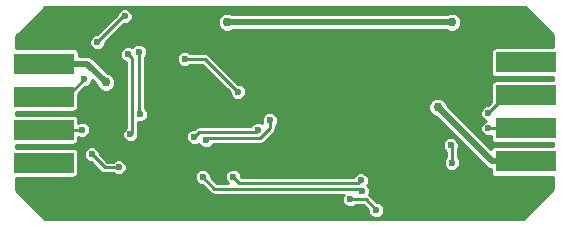
<source format=gbl>
G04 #@! TF.FileFunction,Copper,L2,Bot,Signal*
%FSLAX46Y46*%
G04 Gerber Fmt 4.6, Leading zero omitted, Abs format (unit mm)*
G04 Created by KiCad (PCBNEW (2015-07-11 BZR 5925, Git c291b88)-product) date 8/6/2015 4:30:13 PM*
%MOMM*%
G01*
G04 APERTURE LIST*
%ADD10C,0.100000*%
%ADD11R,5.080000X1.778000*%
%ADD12C,0.600000*%
%ADD13C,0.750000*%
%ADD14C,0.250000*%
%ADD15C,0.500000*%
%ADD16C,0.254000*%
G04 APERTURE END LIST*
D10*
D11*
X64640000Y-110091000D03*
X64640000Y-107297000D03*
X64640000Y-104503000D03*
X64640000Y-101709000D03*
X105460000Y-101609000D03*
X105460000Y-104403000D03*
X105460000Y-107197000D03*
X105460000Y-109991000D03*
D12*
X106100000Y-98400000D03*
X103100000Y-97800000D03*
X99800000Y-103900000D03*
X69000000Y-108000000D03*
X68200000Y-104600000D03*
X68200000Y-105600000D03*
X68500000Y-112300000D03*
X68500000Y-114000000D03*
X66600000Y-114000000D03*
X64800000Y-113900000D03*
X102200000Y-102600000D03*
X102200000Y-103500000D03*
X102200000Y-104400000D03*
X73800000Y-105500000D03*
X77800000Y-112900000D03*
X75600000Y-109400000D03*
X81800000Y-110800000D03*
X86300000Y-105500000D03*
X64700000Y-98000000D03*
X66700000Y-97900000D03*
X68600000Y-98900000D03*
X73300000Y-98500000D03*
X74500000Y-98500000D03*
X87200000Y-101400000D03*
X88700000Y-101400000D03*
X90100000Y-101400000D03*
X83300000Y-101700000D03*
X83300000Y-100500000D03*
X75400000Y-102400000D03*
X73500000Y-102400000D03*
X74400000Y-102400000D03*
X87843750Y-110443750D03*
X86556250Y-110443750D03*
X87843750Y-109156250D03*
X86556250Y-109156250D03*
X80500000Y-105600000D03*
X95200000Y-108200000D03*
X99700000Y-99400000D03*
X96600000Y-110900000D03*
D13*
X69900000Y-103300000D03*
X98000000Y-105400000D03*
X99200000Y-98200000D03*
X80200000Y-98200000D03*
D12*
X92800000Y-114100000D03*
X90600000Y-113200000D03*
X78100000Y-111300000D03*
X91600000Y-112500000D03*
X80700000Y-111300000D03*
X91500000Y-111600000D03*
X71800000Y-100900000D03*
X72000000Y-107700000D03*
X78400000Y-108200000D03*
X83800000Y-106500000D03*
X68100000Y-103000000D03*
X82800000Y-107300000D03*
X77400000Y-107900000D03*
X72800000Y-106000000D03*
X72700000Y-100700000D03*
X67900000Y-107300000D03*
X71000000Y-110500000D03*
X68700000Y-109400000D03*
X69200000Y-99900000D03*
X71500000Y-97700000D03*
X76600000Y-101300000D03*
X81100000Y-104100000D03*
X102300000Y-105900000D03*
X99200000Y-110100000D03*
X99100000Y-108600000D03*
X102300000Y-107200000D03*
D14*
X103700000Y-98400000D02*
X106100000Y-98400000D01*
X103100000Y-97800000D02*
X103700000Y-98400000D01*
X99800000Y-103900000D02*
X100000000Y-103700000D01*
X69100000Y-107900000D02*
X69400000Y-107900000D01*
X69000000Y-108000000D02*
X69100000Y-107900000D01*
X68200000Y-105600000D02*
X68200000Y-104600000D01*
X68500000Y-114000000D02*
X68500000Y-112300000D01*
X64900000Y-114000000D02*
X66600000Y-114000000D01*
X64800000Y-113900000D02*
X64900000Y-114000000D01*
X102200000Y-103500000D02*
X102200000Y-102600000D01*
X102200000Y-104400000D02*
X102100000Y-104300000D01*
X102100000Y-104300000D02*
X102100000Y-103900000D01*
X73900000Y-105600000D02*
X74500000Y-105600000D01*
X73800000Y-105500000D02*
X73900000Y-105600000D01*
X77800000Y-112900000D02*
X75600000Y-110700000D01*
X75600000Y-110700000D02*
X75600000Y-109400000D01*
X81800000Y-110800000D02*
X82400000Y-110800000D01*
X86300000Y-105500000D02*
X86800000Y-105500000D01*
X64900000Y-98200000D02*
X64900000Y-98400000D01*
X64700000Y-98000000D02*
X64900000Y-98200000D01*
X67600000Y-97900000D02*
X66700000Y-97900000D01*
X68600000Y-98900000D02*
X67600000Y-97900000D01*
X74500000Y-98500000D02*
X73300000Y-98500000D01*
X87200000Y-101400000D02*
X86700000Y-101400000D01*
X90100000Y-101400000D02*
X88700000Y-101400000D01*
X83300000Y-100500000D02*
X83300000Y-101700000D01*
X75500000Y-102300000D02*
X75700000Y-102300000D01*
X75400000Y-102400000D02*
X75500000Y-102300000D01*
X74400000Y-102400000D02*
X73500000Y-102400000D01*
X87843750Y-110443750D02*
X87800000Y-110400000D01*
X86800000Y-110400000D02*
X86600000Y-110400000D01*
X86600000Y-110400000D02*
X86556250Y-110443750D01*
X87843750Y-109156250D02*
X87800000Y-109200000D01*
X86900000Y-109000000D02*
X86712500Y-109000000D01*
X86712500Y-109000000D02*
X86556250Y-109156250D01*
X80500000Y-105600000D02*
X80500000Y-105800000D01*
X95200000Y-108200000D02*
X95700000Y-108200000D01*
X99700000Y-99400000D02*
X99600000Y-99300000D01*
X96600000Y-110900000D02*
X96600000Y-111200000D01*
D15*
X64640000Y-101709000D02*
X68309000Y-101709000D01*
X68309000Y-101709000D02*
X69900000Y-103300000D01*
X105460000Y-109991000D02*
X102591000Y-109991000D01*
X102591000Y-109991000D02*
X98000000Y-105400000D01*
X99200000Y-98200000D02*
X80200000Y-98200000D01*
D14*
X92800000Y-114100000D02*
X91900000Y-113200000D01*
X91900000Y-113200000D02*
X90600000Y-113200000D01*
X88900000Y-112300000D02*
X79100000Y-112300000D01*
X91400000Y-112300000D02*
X88900000Y-112300000D01*
X79100000Y-112300000D02*
X78100000Y-111300000D01*
X91600000Y-112500000D02*
X91400000Y-112300000D01*
X88900000Y-111800000D02*
X81200000Y-111800000D01*
X91300000Y-111800000D02*
X88900000Y-111800000D01*
X81200000Y-111800000D02*
X80700000Y-111300000D01*
X91500000Y-111600000D02*
X91300000Y-111800000D01*
X71800000Y-100900000D02*
X72100000Y-101200000D01*
X72100000Y-101200000D02*
X72100000Y-107600000D01*
X72100000Y-107600000D02*
X72000000Y-107700000D01*
X78600000Y-108000000D02*
X78400000Y-108200000D01*
X83000000Y-108000000D02*
X78600000Y-108000000D01*
X83800000Y-107200000D02*
X83000000Y-108000000D01*
X83800000Y-106500000D02*
X83800000Y-107200000D01*
X64640000Y-104503000D02*
X66597000Y-104503000D01*
X66597000Y-104503000D02*
X68100000Y-103000000D01*
X82600000Y-107500000D02*
X81600000Y-107500000D01*
X82800000Y-107300000D02*
X82600000Y-107500000D01*
X78500000Y-107500000D02*
X77800000Y-107500000D01*
X81600000Y-107500000D02*
X78500000Y-107500000D01*
X77800000Y-107500000D02*
X77400000Y-107900000D01*
X72800000Y-106000000D02*
X72700000Y-105900000D01*
X72700000Y-105900000D02*
X72700000Y-100700000D01*
X64640000Y-107297000D02*
X67897000Y-107297000D01*
X67897000Y-107297000D02*
X67900000Y-107300000D01*
X69800000Y-110500000D02*
X71000000Y-110500000D01*
X68700000Y-109400000D02*
X69800000Y-110500000D01*
X69200000Y-99900000D02*
X71400000Y-97700000D01*
X71400000Y-97700000D02*
X71500000Y-97700000D01*
X78300000Y-101300000D02*
X76600000Y-101300000D01*
X81100000Y-104100000D02*
X78300000Y-101300000D01*
X105460000Y-104403000D02*
X103797000Y-104403000D01*
X103797000Y-104403000D02*
X102300000Y-105900000D01*
X105460000Y-104403000D02*
X103197000Y-104403000D01*
X99200000Y-108700000D02*
X99200000Y-110100000D01*
X99100000Y-108600000D02*
X99200000Y-108700000D01*
X105460000Y-107197000D02*
X102303000Y-107197000D01*
X102303000Y-107197000D02*
X102300000Y-107200000D01*
D16*
G36*
X107773000Y-99276869D02*
X107773000Y-100335614D01*
X102920000Y-100335614D01*
X102776251Y-100363505D01*
X102649909Y-100446498D01*
X102565337Y-100571788D01*
X102535614Y-100720000D01*
X102535614Y-102498000D01*
X102563505Y-102641749D01*
X102646498Y-102768091D01*
X102771788Y-102852663D01*
X102920000Y-102882386D01*
X107773000Y-102882386D01*
X107773000Y-103129614D01*
X102920000Y-103129614D01*
X102776251Y-103157505D01*
X102649909Y-103240498D01*
X102565337Y-103365788D01*
X102535614Y-103514000D01*
X102535614Y-104954450D01*
X102267093Y-105222971D01*
X102165927Y-105222883D01*
X101917011Y-105325733D01*
X101726402Y-105516010D01*
X101623118Y-105764746D01*
X101622883Y-106034073D01*
X101725733Y-106282989D01*
X101916010Y-106473598D01*
X102100152Y-106550060D01*
X101917011Y-106625733D01*
X101726402Y-106816010D01*
X101623118Y-107064746D01*
X101622883Y-107334073D01*
X101725733Y-107582989D01*
X101916010Y-107773598D01*
X102164746Y-107876882D01*
X102434073Y-107877117D01*
X102535614Y-107835161D01*
X102535614Y-108086000D01*
X102563505Y-108229749D01*
X102646498Y-108356091D01*
X102771788Y-108440663D01*
X102920000Y-108470386D01*
X107773000Y-108470386D01*
X107773000Y-108666635D01*
X102920000Y-108666635D01*
X102757186Y-108698224D01*
X102614088Y-108792224D01*
X102518300Y-108934132D01*
X102513832Y-108956409D01*
X98802136Y-105244714D01*
X98802139Y-105241172D01*
X98680299Y-104946297D01*
X98454890Y-104720494D01*
X98160228Y-104598140D01*
X97841172Y-104597861D01*
X97546297Y-104719701D01*
X97320494Y-104945110D01*
X97198140Y-105239772D01*
X97197861Y-105558828D01*
X97319701Y-105853703D01*
X97545110Y-106079506D01*
X97839772Y-106201860D01*
X97844442Y-106201864D01*
X102112288Y-110469711D01*
X102222106Y-110543088D01*
X102331923Y-110616466D01*
X102484635Y-110646843D01*
X102484635Y-110880000D01*
X102516224Y-111042814D01*
X102610224Y-111185912D01*
X102752132Y-111281700D01*
X102920000Y-111315365D01*
X107773000Y-111315365D01*
X107773000Y-112323131D01*
X105598065Y-114498065D01*
X105598063Y-114498068D01*
X105223130Y-114873000D01*
X64776869Y-114873000D01*
X64401935Y-114498065D01*
X64401932Y-114498063D01*
X62327000Y-112423130D01*
X62327000Y-111434073D01*
X77422883Y-111434073D01*
X77525733Y-111682989D01*
X77716010Y-111873598D01*
X77964746Y-111976882D01*
X78067036Y-111976971D01*
X78745030Y-112654965D01*
X78745032Y-112654968D01*
X78866623Y-112736212D01*
X78907893Y-112763788D01*
X79100000Y-112802001D01*
X79100005Y-112802000D01*
X90040436Y-112802000D01*
X90026402Y-112816010D01*
X89923118Y-113064746D01*
X89922883Y-113334073D01*
X90025733Y-113582989D01*
X90216010Y-113773598D01*
X90464746Y-113876882D01*
X90734073Y-113877117D01*
X90982989Y-113774267D01*
X91055382Y-113702000D01*
X91692064Y-113702000D01*
X92122971Y-114132907D01*
X92122883Y-114234073D01*
X92225733Y-114482989D01*
X92416010Y-114673598D01*
X92664746Y-114776882D01*
X92934073Y-114777117D01*
X93182989Y-114674267D01*
X93373598Y-114483990D01*
X93476882Y-114235254D01*
X93477117Y-113965927D01*
X93374267Y-113717011D01*
X93183990Y-113526402D01*
X92935254Y-113423118D01*
X92832964Y-113423029D01*
X92254968Y-112845032D01*
X92203934Y-112810932D01*
X92276882Y-112635254D01*
X92277117Y-112365927D01*
X92174267Y-112117011D01*
X92057510Y-112000050D01*
X92073598Y-111983990D01*
X92176882Y-111735254D01*
X92177117Y-111465927D01*
X92074267Y-111217011D01*
X91883990Y-111026402D01*
X91635254Y-110923118D01*
X91365927Y-110922883D01*
X91117011Y-111025733D01*
X90926402Y-111216010D01*
X90892357Y-111298000D01*
X81407935Y-111298000D01*
X81377029Y-111267093D01*
X81377117Y-111165927D01*
X81274267Y-110917011D01*
X81083990Y-110726402D01*
X80835254Y-110623118D01*
X80565927Y-110622883D01*
X80317011Y-110725733D01*
X80126402Y-110916010D01*
X80023118Y-111164746D01*
X80022883Y-111434073D01*
X80125733Y-111682989D01*
X80240544Y-111798000D01*
X79307935Y-111798000D01*
X78777029Y-111267093D01*
X78777117Y-111165927D01*
X78674267Y-110917011D01*
X78483990Y-110726402D01*
X78235254Y-110623118D01*
X77965927Y-110622883D01*
X77717011Y-110725733D01*
X77526402Y-110916010D01*
X77423118Y-111164746D01*
X77422883Y-111434073D01*
X62327000Y-111434073D01*
X62327000Y-111364386D01*
X67180000Y-111364386D01*
X67323749Y-111336495D01*
X67450091Y-111253502D01*
X67534663Y-111128212D01*
X67564386Y-110980000D01*
X67564386Y-109534073D01*
X68022883Y-109534073D01*
X68125733Y-109782989D01*
X68316010Y-109973598D01*
X68564746Y-110076882D01*
X68667035Y-110076971D01*
X69445032Y-110854968D01*
X69607893Y-110963788D01*
X69800000Y-111002001D01*
X69800005Y-111002000D01*
X70544537Y-111002000D01*
X70616010Y-111073598D01*
X70864746Y-111176882D01*
X71134073Y-111177117D01*
X71382989Y-111074267D01*
X71573598Y-110883990D01*
X71676882Y-110635254D01*
X71677117Y-110365927D01*
X71574267Y-110117011D01*
X71383990Y-109926402D01*
X71135254Y-109823118D01*
X70865927Y-109822883D01*
X70617011Y-109925733D01*
X70544618Y-109998000D01*
X70007936Y-109998000D01*
X69377029Y-109367093D01*
X69377117Y-109265927D01*
X69274267Y-109017011D01*
X69083990Y-108826402D01*
X68835254Y-108723118D01*
X68565927Y-108722883D01*
X68317011Y-108825733D01*
X68126402Y-109016010D01*
X68023118Y-109264746D01*
X68022883Y-109534073D01*
X67564386Y-109534073D01*
X67564386Y-109202000D01*
X67536495Y-109058251D01*
X67453502Y-108931909D01*
X67328212Y-108847337D01*
X67180000Y-108817614D01*
X62327000Y-108817614D01*
X62327000Y-108570386D01*
X67180000Y-108570386D01*
X67323749Y-108542495D01*
X67450091Y-108459502D01*
X67534663Y-108334212D01*
X67564386Y-108186000D01*
X67564386Y-107893685D01*
X67764746Y-107976882D01*
X68034073Y-107977117D01*
X68282989Y-107874267D01*
X68473598Y-107683990D01*
X68576882Y-107435254D01*
X68577117Y-107165927D01*
X68474267Y-106917011D01*
X68283990Y-106726402D01*
X68035254Y-106623118D01*
X67765927Y-106622883D01*
X67564386Y-106706158D01*
X67564386Y-106408000D01*
X67536495Y-106264251D01*
X67453502Y-106137909D01*
X67328212Y-106053337D01*
X67180000Y-106023614D01*
X62327000Y-106023614D01*
X62327000Y-105776386D01*
X67180000Y-105776386D01*
X67323749Y-105748495D01*
X67450091Y-105665502D01*
X67534663Y-105540212D01*
X67564386Y-105392000D01*
X67564386Y-104245550D01*
X68132907Y-103677029D01*
X68234073Y-103677117D01*
X68482989Y-103574267D01*
X68673598Y-103383990D01*
X68776882Y-103135254D01*
X68776883Y-103134305D01*
X69097864Y-103455286D01*
X69097861Y-103458828D01*
X69219701Y-103753703D01*
X69445110Y-103979506D01*
X69739772Y-104101860D01*
X70058828Y-104102139D01*
X70353703Y-103980299D01*
X70579506Y-103754890D01*
X70701860Y-103460228D01*
X70702139Y-103141172D01*
X70580299Y-102846297D01*
X70354890Y-102620494D01*
X70060228Y-102498140D01*
X70055558Y-102498136D01*
X68787711Y-101230289D01*
X68742380Y-101200000D01*
X68568077Y-101083534D01*
X68319422Y-101034073D01*
X71122883Y-101034073D01*
X71225733Y-101282989D01*
X71416010Y-101473598D01*
X71598000Y-101549167D01*
X71598000Y-107144711D01*
X71426402Y-107316010D01*
X71323118Y-107564746D01*
X71322883Y-107834073D01*
X71425733Y-108082989D01*
X71616010Y-108273598D01*
X71864746Y-108376882D01*
X72134073Y-108377117D01*
X72382989Y-108274267D01*
X72573598Y-108083990D01*
X72594325Y-108034073D01*
X76722883Y-108034073D01*
X76825733Y-108282989D01*
X77016010Y-108473598D01*
X77264746Y-108576882D01*
X77534073Y-108577117D01*
X77781128Y-108475036D01*
X77825733Y-108582989D01*
X78016010Y-108773598D01*
X78264746Y-108876882D01*
X78534073Y-108877117D01*
X78782989Y-108774267D01*
X78823253Y-108734073D01*
X98422883Y-108734073D01*
X98525733Y-108982989D01*
X98698000Y-109155557D01*
X98698000Y-109644537D01*
X98626402Y-109716010D01*
X98523118Y-109964746D01*
X98522883Y-110234073D01*
X98625733Y-110482989D01*
X98816010Y-110673598D01*
X99064746Y-110776882D01*
X99334073Y-110777117D01*
X99582989Y-110674267D01*
X99773598Y-110483990D01*
X99876882Y-110235254D01*
X99877117Y-109965927D01*
X99774267Y-109717011D01*
X99702000Y-109644618D01*
X99702000Y-108915590D01*
X99776882Y-108735254D01*
X99777117Y-108465927D01*
X99674267Y-108217011D01*
X99483990Y-108026402D01*
X99235254Y-107923118D01*
X98965927Y-107922883D01*
X98717011Y-108025733D01*
X98526402Y-108216010D01*
X98423118Y-108464746D01*
X98422883Y-108734073D01*
X78823253Y-108734073D01*
X78973598Y-108583990D01*
X79007643Y-108502000D01*
X82999995Y-108502000D01*
X83000000Y-108502001D01*
X83192107Y-108463788D01*
X83354968Y-108354968D01*
X84154965Y-107554970D01*
X84154968Y-107554968D01*
X84263788Y-107392107D01*
X84275332Y-107334073D01*
X84302001Y-107200000D01*
X84302000Y-107199995D01*
X84302000Y-106955463D01*
X84373598Y-106883990D01*
X84476882Y-106635254D01*
X84477117Y-106365927D01*
X84374267Y-106117011D01*
X84183990Y-105926402D01*
X83935254Y-105823118D01*
X83665927Y-105822883D01*
X83417011Y-105925733D01*
X83226402Y-106116010D01*
X83123118Y-106364746D01*
X83122883Y-106634073D01*
X83156278Y-106714895D01*
X82935254Y-106623118D01*
X82665927Y-106622883D01*
X82417011Y-106725733D01*
X82226402Y-106916010D01*
X82192357Y-106998000D01*
X77800000Y-106998000D01*
X77607892Y-107036212D01*
X77542660Y-107079800D01*
X77445032Y-107145032D01*
X77445030Y-107145035D01*
X77367094Y-107222971D01*
X77265927Y-107222883D01*
X77017011Y-107325733D01*
X76826402Y-107516010D01*
X76723118Y-107764746D01*
X76722883Y-108034073D01*
X72594325Y-108034073D01*
X72676882Y-107835254D01*
X72677117Y-107565927D01*
X72602000Y-107384130D01*
X72602000Y-106650828D01*
X72664746Y-106676882D01*
X72934073Y-106677117D01*
X73182989Y-106574267D01*
X73373598Y-106383990D01*
X73476882Y-106135254D01*
X73477117Y-105865927D01*
X73374267Y-105617011D01*
X73202000Y-105444443D01*
X73202000Y-101434073D01*
X75922883Y-101434073D01*
X76025733Y-101682989D01*
X76216010Y-101873598D01*
X76464746Y-101976882D01*
X76734073Y-101977117D01*
X76982989Y-101874267D01*
X77055382Y-101802000D01*
X78092064Y-101802000D01*
X80422971Y-104132907D01*
X80422883Y-104234073D01*
X80525733Y-104482989D01*
X80716010Y-104673598D01*
X80964746Y-104776882D01*
X81234073Y-104777117D01*
X81482989Y-104674267D01*
X81673598Y-104483990D01*
X81776882Y-104235254D01*
X81777117Y-103965927D01*
X81674267Y-103717011D01*
X81483990Y-103526402D01*
X81235254Y-103423118D01*
X81132965Y-103423029D01*
X78654968Y-100945032D01*
X78492107Y-100836212D01*
X78300000Y-100797999D01*
X78299995Y-100798000D01*
X77055463Y-100798000D01*
X76983990Y-100726402D01*
X76735254Y-100623118D01*
X76465927Y-100622883D01*
X76217011Y-100725733D01*
X76026402Y-100916010D01*
X75923118Y-101164746D01*
X75922883Y-101434073D01*
X73202000Y-101434073D01*
X73202000Y-101155463D01*
X73273598Y-101083990D01*
X73376882Y-100835254D01*
X73377117Y-100565927D01*
X73274267Y-100317011D01*
X73083990Y-100126402D01*
X72835254Y-100023118D01*
X72565927Y-100022883D01*
X72317011Y-100125733D01*
X72135967Y-100306461D01*
X71935254Y-100223118D01*
X71665927Y-100222883D01*
X71417011Y-100325733D01*
X71226402Y-100516010D01*
X71123118Y-100764746D01*
X71122883Y-101034073D01*
X68319422Y-101034073D01*
X68309000Y-101032000D01*
X67615365Y-101032000D01*
X67615365Y-100820000D01*
X67583776Y-100657186D01*
X67489776Y-100514088D01*
X67347868Y-100418300D01*
X67180000Y-100384635D01*
X62327000Y-100384635D01*
X62327000Y-100034073D01*
X68522883Y-100034073D01*
X68625733Y-100282989D01*
X68816010Y-100473598D01*
X69064746Y-100576882D01*
X69334073Y-100577117D01*
X69582989Y-100474267D01*
X69773598Y-100283990D01*
X69876882Y-100035254D01*
X69876971Y-99932965D01*
X71432994Y-98376942D01*
X71634073Y-98377117D01*
X71678335Y-98358828D01*
X79397861Y-98358828D01*
X79519701Y-98653703D01*
X79745110Y-98879506D01*
X80039772Y-99001860D01*
X80358828Y-99002139D01*
X80653703Y-98880299D01*
X80657008Y-98877000D01*
X98742608Y-98877000D01*
X98745110Y-98879506D01*
X99039772Y-99001860D01*
X99358828Y-99002139D01*
X99653703Y-98880299D01*
X99879506Y-98654890D01*
X100001860Y-98360228D01*
X100002139Y-98041172D01*
X99880299Y-97746297D01*
X99654890Y-97520494D01*
X99360228Y-97398140D01*
X99041172Y-97397861D01*
X98746297Y-97519701D01*
X98742992Y-97523000D01*
X80657392Y-97523000D01*
X80654890Y-97520494D01*
X80360228Y-97398140D01*
X80041172Y-97397861D01*
X79746297Y-97519701D01*
X79520494Y-97745110D01*
X79398140Y-98039772D01*
X79397861Y-98358828D01*
X71678335Y-98358828D01*
X71882989Y-98274267D01*
X72073598Y-98083990D01*
X72176882Y-97835254D01*
X72177117Y-97565927D01*
X72074267Y-97317011D01*
X71883990Y-97126402D01*
X71635254Y-97023118D01*
X71365927Y-97022883D01*
X71117011Y-97125733D01*
X70926402Y-97316010D01*
X70823118Y-97564746D01*
X70823116Y-97566949D01*
X69167093Y-99222971D01*
X69065927Y-99222883D01*
X68817011Y-99325733D01*
X68626402Y-99516010D01*
X68523118Y-99764746D01*
X68522883Y-100034073D01*
X62327000Y-100034073D01*
X62327000Y-99376870D01*
X63801932Y-97901937D01*
X63801935Y-97901935D01*
X64776870Y-96927000D01*
X105423130Y-96927000D01*
X107773000Y-99276869D01*
X107773000Y-99276869D01*
G37*
X107773000Y-99276869D02*
X107773000Y-100335614D01*
X102920000Y-100335614D01*
X102776251Y-100363505D01*
X102649909Y-100446498D01*
X102565337Y-100571788D01*
X102535614Y-100720000D01*
X102535614Y-102498000D01*
X102563505Y-102641749D01*
X102646498Y-102768091D01*
X102771788Y-102852663D01*
X102920000Y-102882386D01*
X107773000Y-102882386D01*
X107773000Y-103129614D01*
X102920000Y-103129614D01*
X102776251Y-103157505D01*
X102649909Y-103240498D01*
X102565337Y-103365788D01*
X102535614Y-103514000D01*
X102535614Y-104954450D01*
X102267093Y-105222971D01*
X102165927Y-105222883D01*
X101917011Y-105325733D01*
X101726402Y-105516010D01*
X101623118Y-105764746D01*
X101622883Y-106034073D01*
X101725733Y-106282989D01*
X101916010Y-106473598D01*
X102100152Y-106550060D01*
X101917011Y-106625733D01*
X101726402Y-106816010D01*
X101623118Y-107064746D01*
X101622883Y-107334073D01*
X101725733Y-107582989D01*
X101916010Y-107773598D01*
X102164746Y-107876882D01*
X102434073Y-107877117D01*
X102535614Y-107835161D01*
X102535614Y-108086000D01*
X102563505Y-108229749D01*
X102646498Y-108356091D01*
X102771788Y-108440663D01*
X102920000Y-108470386D01*
X107773000Y-108470386D01*
X107773000Y-108666635D01*
X102920000Y-108666635D01*
X102757186Y-108698224D01*
X102614088Y-108792224D01*
X102518300Y-108934132D01*
X102513832Y-108956409D01*
X98802136Y-105244714D01*
X98802139Y-105241172D01*
X98680299Y-104946297D01*
X98454890Y-104720494D01*
X98160228Y-104598140D01*
X97841172Y-104597861D01*
X97546297Y-104719701D01*
X97320494Y-104945110D01*
X97198140Y-105239772D01*
X97197861Y-105558828D01*
X97319701Y-105853703D01*
X97545110Y-106079506D01*
X97839772Y-106201860D01*
X97844442Y-106201864D01*
X102112288Y-110469711D01*
X102222106Y-110543088D01*
X102331923Y-110616466D01*
X102484635Y-110646843D01*
X102484635Y-110880000D01*
X102516224Y-111042814D01*
X102610224Y-111185912D01*
X102752132Y-111281700D01*
X102920000Y-111315365D01*
X107773000Y-111315365D01*
X107773000Y-112323131D01*
X105598065Y-114498065D01*
X105598063Y-114498068D01*
X105223130Y-114873000D01*
X64776869Y-114873000D01*
X64401935Y-114498065D01*
X64401932Y-114498063D01*
X62327000Y-112423130D01*
X62327000Y-111434073D01*
X77422883Y-111434073D01*
X77525733Y-111682989D01*
X77716010Y-111873598D01*
X77964746Y-111976882D01*
X78067036Y-111976971D01*
X78745030Y-112654965D01*
X78745032Y-112654968D01*
X78866623Y-112736212D01*
X78907893Y-112763788D01*
X79100000Y-112802001D01*
X79100005Y-112802000D01*
X90040436Y-112802000D01*
X90026402Y-112816010D01*
X89923118Y-113064746D01*
X89922883Y-113334073D01*
X90025733Y-113582989D01*
X90216010Y-113773598D01*
X90464746Y-113876882D01*
X90734073Y-113877117D01*
X90982989Y-113774267D01*
X91055382Y-113702000D01*
X91692064Y-113702000D01*
X92122971Y-114132907D01*
X92122883Y-114234073D01*
X92225733Y-114482989D01*
X92416010Y-114673598D01*
X92664746Y-114776882D01*
X92934073Y-114777117D01*
X93182989Y-114674267D01*
X93373598Y-114483990D01*
X93476882Y-114235254D01*
X93477117Y-113965927D01*
X93374267Y-113717011D01*
X93183990Y-113526402D01*
X92935254Y-113423118D01*
X92832964Y-113423029D01*
X92254968Y-112845032D01*
X92203934Y-112810932D01*
X92276882Y-112635254D01*
X92277117Y-112365927D01*
X92174267Y-112117011D01*
X92057510Y-112000050D01*
X92073598Y-111983990D01*
X92176882Y-111735254D01*
X92177117Y-111465927D01*
X92074267Y-111217011D01*
X91883990Y-111026402D01*
X91635254Y-110923118D01*
X91365927Y-110922883D01*
X91117011Y-111025733D01*
X90926402Y-111216010D01*
X90892357Y-111298000D01*
X81407935Y-111298000D01*
X81377029Y-111267093D01*
X81377117Y-111165927D01*
X81274267Y-110917011D01*
X81083990Y-110726402D01*
X80835254Y-110623118D01*
X80565927Y-110622883D01*
X80317011Y-110725733D01*
X80126402Y-110916010D01*
X80023118Y-111164746D01*
X80022883Y-111434073D01*
X80125733Y-111682989D01*
X80240544Y-111798000D01*
X79307935Y-111798000D01*
X78777029Y-111267093D01*
X78777117Y-111165927D01*
X78674267Y-110917011D01*
X78483990Y-110726402D01*
X78235254Y-110623118D01*
X77965927Y-110622883D01*
X77717011Y-110725733D01*
X77526402Y-110916010D01*
X77423118Y-111164746D01*
X77422883Y-111434073D01*
X62327000Y-111434073D01*
X62327000Y-111364386D01*
X67180000Y-111364386D01*
X67323749Y-111336495D01*
X67450091Y-111253502D01*
X67534663Y-111128212D01*
X67564386Y-110980000D01*
X67564386Y-109534073D01*
X68022883Y-109534073D01*
X68125733Y-109782989D01*
X68316010Y-109973598D01*
X68564746Y-110076882D01*
X68667035Y-110076971D01*
X69445032Y-110854968D01*
X69607893Y-110963788D01*
X69800000Y-111002001D01*
X69800005Y-111002000D01*
X70544537Y-111002000D01*
X70616010Y-111073598D01*
X70864746Y-111176882D01*
X71134073Y-111177117D01*
X71382989Y-111074267D01*
X71573598Y-110883990D01*
X71676882Y-110635254D01*
X71677117Y-110365927D01*
X71574267Y-110117011D01*
X71383990Y-109926402D01*
X71135254Y-109823118D01*
X70865927Y-109822883D01*
X70617011Y-109925733D01*
X70544618Y-109998000D01*
X70007936Y-109998000D01*
X69377029Y-109367093D01*
X69377117Y-109265927D01*
X69274267Y-109017011D01*
X69083990Y-108826402D01*
X68835254Y-108723118D01*
X68565927Y-108722883D01*
X68317011Y-108825733D01*
X68126402Y-109016010D01*
X68023118Y-109264746D01*
X68022883Y-109534073D01*
X67564386Y-109534073D01*
X67564386Y-109202000D01*
X67536495Y-109058251D01*
X67453502Y-108931909D01*
X67328212Y-108847337D01*
X67180000Y-108817614D01*
X62327000Y-108817614D01*
X62327000Y-108570386D01*
X67180000Y-108570386D01*
X67323749Y-108542495D01*
X67450091Y-108459502D01*
X67534663Y-108334212D01*
X67564386Y-108186000D01*
X67564386Y-107893685D01*
X67764746Y-107976882D01*
X68034073Y-107977117D01*
X68282989Y-107874267D01*
X68473598Y-107683990D01*
X68576882Y-107435254D01*
X68577117Y-107165927D01*
X68474267Y-106917011D01*
X68283990Y-106726402D01*
X68035254Y-106623118D01*
X67765927Y-106622883D01*
X67564386Y-106706158D01*
X67564386Y-106408000D01*
X67536495Y-106264251D01*
X67453502Y-106137909D01*
X67328212Y-106053337D01*
X67180000Y-106023614D01*
X62327000Y-106023614D01*
X62327000Y-105776386D01*
X67180000Y-105776386D01*
X67323749Y-105748495D01*
X67450091Y-105665502D01*
X67534663Y-105540212D01*
X67564386Y-105392000D01*
X67564386Y-104245550D01*
X68132907Y-103677029D01*
X68234073Y-103677117D01*
X68482989Y-103574267D01*
X68673598Y-103383990D01*
X68776882Y-103135254D01*
X68776883Y-103134305D01*
X69097864Y-103455286D01*
X69097861Y-103458828D01*
X69219701Y-103753703D01*
X69445110Y-103979506D01*
X69739772Y-104101860D01*
X70058828Y-104102139D01*
X70353703Y-103980299D01*
X70579506Y-103754890D01*
X70701860Y-103460228D01*
X70702139Y-103141172D01*
X70580299Y-102846297D01*
X70354890Y-102620494D01*
X70060228Y-102498140D01*
X70055558Y-102498136D01*
X68787711Y-101230289D01*
X68742380Y-101200000D01*
X68568077Y-101083534D01*
X68319422Y-101034073D01*
X71122883Y-101034073D01*
X71225733Y-101282989D01*
X71416010Y-101473598D01*
X71598000Y-101549167D01*
X71598000Y-107144711D01*
X71426402Y-107316010D01*
X71323118Y-107564746D01*
X71322883Y-107834073D01*
X71425733Y-108082989D01*
X71616010Y-108273598D01*
X71864746Y-108376882D01*
X72134073Y-108377117D01*
X72382989Y-108274267D01*
X72573598Y-108083990D01*
X72594325Y-108034073D01*
X76722883Y-108034073D01*
X76825733Y-108282989D01*
X77016010Y-108473598D01*
X77264746Y-108576882D01*
X77534073Y-108577117D01*
X77781128Y-108475036D01*
X77825733Y-108582989D01*
X78016010Y-108773598D01*
X78264746Y-108876882D01*
X78534073Y-108877117D01*
X78782989Y-108774267D01*
X78823253Y-108734073D01*
X98422883Y-108734073D01*
X98525733Y-108982989D01*
X98698000Y-109155557D01*
X98698000Y-109644537D01*
X98626402Y-109716010D01*
X98523118Y-109964746D01*
X98522883Y-110234073D01*
X98625733Y-110482989D01*
X98816010Y-110673598D01*
X99064746Y-110776882D01*
X99334073Y-110777117D01*
X99582989Y-110674267D01*
X99773598Y-110483990D01*
X99876882Y-110235254D01*
X99877117Y-109965927D01*
X99774267Y-109717011D01*
X99702000Y-109644618D01*
X99702000Y-108915590D01*
X99776882Y-108735254D01*
X99777117Y-108465927D01*
X99674267Y-108217011D01*
X99483990Y-108026402D01*
X99235254Y-107923118D01*
X98965927Y-107922883D01*
X98717011Y-108025733D01*
X98526402Y-108216010D01*
X98423118Y-108464746D01*
X98422883Y-108734073D01*
X78823253Y-108734073D01*
X78973598Y-108583990D01*
X79007643Y-108502000D01*
X82999995Y-108502000D01*
X83000000Y-108502001D01*
X83192107Y-108463788D01*
X83354968Y-108354968D01*
X84154965Y-107554970D01*
X84154968Y-107554968D01*
X84263788Y-107392107D01*
X84275332Y-107334073D01*
X84302001Y-107200000D01*
X84302000Y-107199995D01*
X84302000Y-106955463D01*
X84373598Y-106883990D01*
X84476882Y-106635254D01*
X84477117Y-106365927D01*
X84374267Y-106117011D01*
X84183990Y-105926402D01*
X83935254Y-105823118D01*
X83665927Y-105822883D01*
X83417011Y-105925733D01*
X83226402Y-106116010D01*
X83123118Y-106364746D01*
X83122883Y-106634073D01*
X83156278Y-106714895D01*
X82935254Y-106623118D01*
X82665927Y-106622883D01*
X82417011Y-106725733D01*
X82226402Y-106916010D01*
X82192357Y-106998000D01*
X77800000Y-106998000D01*
X77607892Y-107036212D01*
X77542660Y-107079800D01*
X77445032Y-107145032D01*
X77445030Y-107145035D01*
X77367094Y-107222971D01*
X77265927Y-107222883D01*
X77017011Y-107325733D01*
X76826402Y-107516010D01*
X76723118Y-107764746D01*
X76722883Y-108034073D01*
X72594325Y-108034073D01*
X72676882Y-107835254D01*
X72677117Y-107565927D01*
X72602000Y-107384130D01*
X72602000Y-106650828D01*
X72664746Y-106676882D01*
X72934073Y-106677117D01*
X73182989Y-106574267D01*
X73373598Y-106383990D01*
X73476882Y-106135254D01*
X73477117Y-105865927D01*
X73374267Y-105617011D01*
X73202000Y-105444443D01*
X73202000Y-101434073D01*
X75922883Y-101434073D01*
X76025733Y-101682989D01*
X76216010Y-101873598D01*
X76464746Y-101976882D01*
X76734073Y-101977117D01*
X76982989Y-101874267D01*
X77055382Y-101802000D01*
X78092064Y-101802000D01*
X80422971Y-104132907D01*
X80422883Y-104234073D01*
X80525733Y-104482989D01*
X80716010Y-104673598D01*
X80964746Y-104776882D01*
X81234073Y-104777117D01*
X81482989Y-104674267D01*
X81673598Y-104483990D01*
X81776882Y-104235254D01*
X81777117Y-103965927D01*
X81674267Y-103717011D01*
X81483990Y-103526402D01*
X81235254Y-103423118D01*
X81132965Y-103423029D01*
X78654968Y-100945032D01*
X78492107Y-100836212D01*
X78300000Y-100797999D01*
X78299995Y-100798000D01*
X77055463Y-100798000D01*
X76983990Y-100726402D01*
X76735254Y-100623118D01*
X76465927Y-100622883D01*
X76217011Y-100725733D01*
X76026402Y-100916010D01*
X75923118Y-101164746D01*
X75922883Y-101434073D01*
X73202000Y-101434073D01*
X73202000Y-101155463D01*
X73273598Y-101083990D01*
X73376882Y-100835254D01*
X73377117Y-100565927D01*
X73274267Y-100317011D01*
X73083990Y-100126402D01*
X72835254Y-100023118D01*
X72565927Y-100022883D01*
X72317011Y-100125733D01*
X72135967Y-100306461D01*
X71935254Y-100223118D01*
X71665927Y-100222883D01*
X71417011Y-100325733D01*
X71226402Y-100516010D01*
X71123118Y-100764746D01*
X71122883Y-101034073D01*
X68319422Y-101034073D01*
X68309000Y-101032000D01*
X67615365Y-101032000D01*
X67615365Y-100820000D01*
X67583776Y-100657186D01*
X67489776Y-100514088D01*
X67347868Y-100418300D01*
X67180000Y-100384635D01*
X62327000Y-100384635D01*
X62327000Y-100034073D01*
X68522883Y-100034073D01*
X68625733Y-100282989D01*
X68816010Y-100473598D01*
X69064746Y-100576882D01*
X69334073Y-100577117D01*
X69582989Y-100474267D01*
X69773598Y-100283990D01*
X69876882Y-100035254D01*
X69876971Y-99932965D01*
X71432994Y-98376942D01*
X71634073Y-98377117D01*
X71678335Y-98358828D01*
X79397861Y-98358828D01*
X79519701Y-98653703D01*
X79745110Y-98879506D01*
X80039772Y-99001860D01*
X80358828Y-99002139D01*
X80653703Y-98880299D01*
X80657008Y-98877000D01*
X98742608Y-98877000D01*
X98745110Y-98879506D01*
X99039772Y-99001860D01*
X99358828Y-99002139D01*
X99653703Y-98880299D01*
X99879506Y-98654890D01*
X100001860Y-98360228D01*
X100002139Y-98041172D01*
X99880299Y-97746297D01*
X99654890Y-97520494D01*
X99360228Y-97398140D01*
X99041172Y-97397861D01*
X98746297Y-97519701D01*
X98742992Y-97523000D01*
X80657392Y-97523000D01*
X80654890Y-97520494D01*
X80360228Y-97398140D01*
X80041172Y-97397861D01*
X79746297Y-97519701D01*
X79520494Y-97745110D01*
X79398140Y-98039772D01*
X79397861Y-98358828D01*
X71678335Y-98358828D01*
X71882989Y-98274267D01*
X72073598Y-98083990D01*
X72176882Y-97835254D01*
X72177117Y-97565927D01*
X72074267Y-97317011D01*
X71883990Y-97126402D01*
X71635254Y-97023118D01*
X71365927Y-97022883D01*
X71117011Y-97125733D01*
X70926402Y-97316010D01*
X70823118Y-97564746D01*
X70823116Y-97566949D01*
X69167093Y-99222971D01*
X69065927Y-99222883D01*
X68817011Y-99325733D01*
X68626402Y-99516010D01*
X68523118Y-99764746D01*
X68522883Y-100034073D01*
X62327000Y-100034073D01*
X62327000Y-99376870D01*
X63801932Y-97901937D01*
X63801935Y-97901935D01*
X64776870Y-96927000D01*
X105423130Y-96927000D01*
X107773000Y-99276869D01*
M02*

</source>
